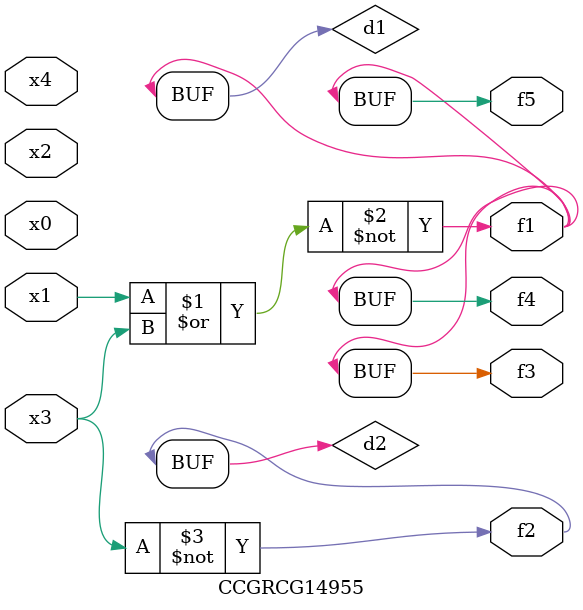
<source format=v>
module CCGRCG14955(
	input x0, x1, x2, x3, x4,
	output f1, f2, f3, f4, f5
);

	wire d1, d2;

	nor (d1, x1, x3);
	not (d2, x3);
	assign f1 = d1;
	assign f2 = d2;
	assign f3 = d1;
	assign f4 = d1;
	assign f5 = d1;
endmodule

</source>
